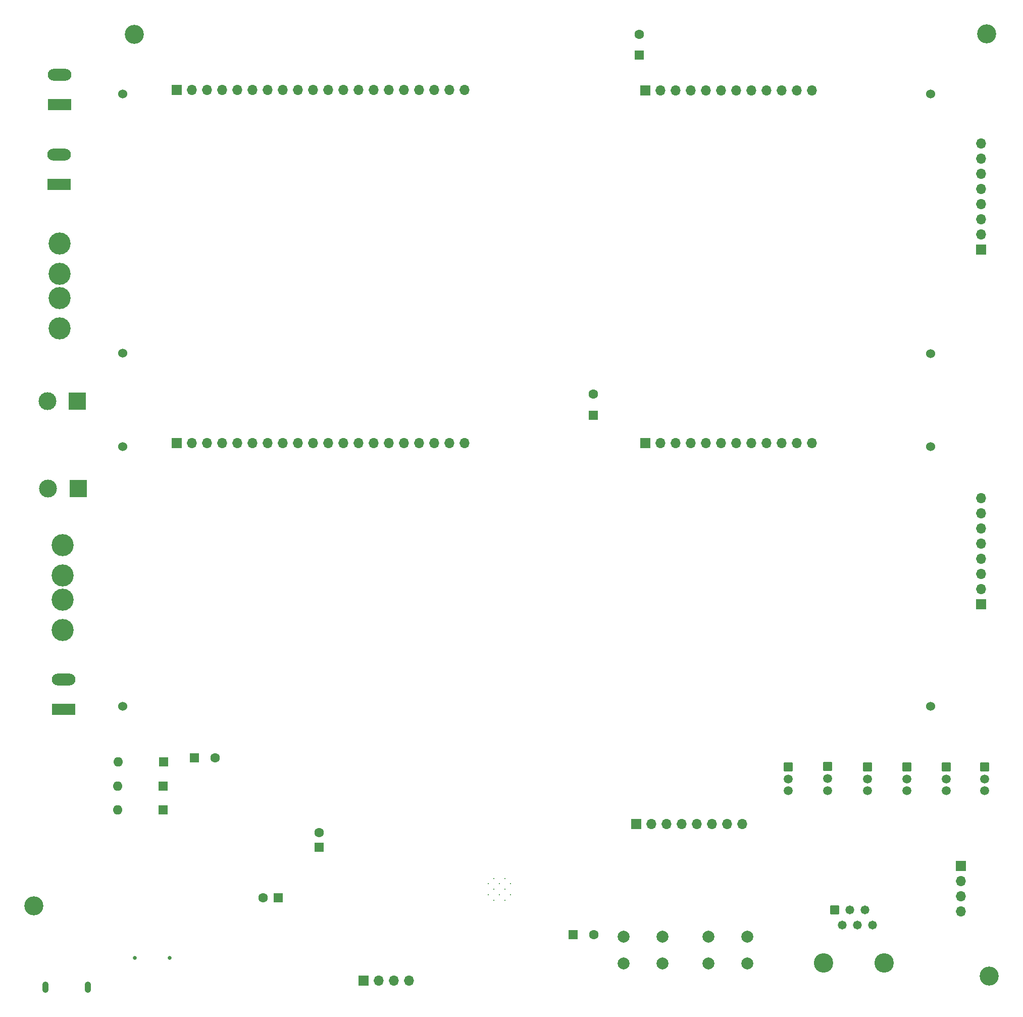
<source format=gbs>
%TF.GenerationSoftware,KiCad,Pcbnew,7.0.1*%
%TF.CreationDate,2024-06-25T12:01:32+02:00*%
%TF.ProjectId,ODRIVE_V1.0,4f445249-5645-45f5-9631-2e302e6b6963,rev?*%
%TF.SameCoordinates,Original*%
%TF.FileFunction,Soldermask,Bot*%
%TF.FilePolarity,Negative*%
%FSLAX46Y46*%
G04 Gerber Fmt 4.6, Leading zero omitted, Abs format (unit mm)*
G04 Created by KiCad (PCBNEW 7.0.1) date 2024-06-25 12:01:32*
%MOMM*%
%LPD*%
G01*
G04 APERTURE LIST*
G04 Aperture macros list*
%AMRoundRect*
0 Rectangle with rounded corners*
0 $1 Rounding radius*
0 $2 $3 $4 $5 $6 $7 $8 $9 X,Y pos of 4 corners*
0 Add a 4 corners polygon primitive as box body*
4,1,4,$2,$3,$4,$5,$6,$7,$8,$9,$2,$3,0*
0 Add four circle primitives for the rounded corners*
1,1,$1+$1,$2,$3*
1,1,$1+$1,$4,$5*
1,1,$1+$1,$6,$7*
1,1,$1+$1,$8,$9*
0 Add four rect primitives between the rounded corners*
20,1,$1+$1,$2,$3,$4,$5,0*
20,1,$1+$1,$4,$5,$6,$7,0*
20,1,$1+$1,$6,$7,$8,$9,0*
20,1,$1+$1,$8,$9,$2,$3,0*%
G04 Aperture macros list end*
%ADD10R,3.000000X3.000000*%
%ADD11C,3.000000*%
%ADD12RoundRect,0.102000X0.654000X-0.654000X0.654000X0.654000X-0.654000X0.654000X-0.654000X-0.654000X0*%
%ADD13C,1.512000*%
%ADD14R,1.700000X1.700000*%
%ADD15O,1.700000X1.700000*%
%ADD16C,0.650000*%
%ADD17C,3.200000*%
%ADD18C,3.704000*%
%ADD19R,1.600000X1.600000*%
%ADD20C,1.600000*%
%ADD21R,3.960000X1.980000*%
%ADD22O,3.960000X1.980000*%
%ADD23C,1.524000*%
%ADD24O,1.600000X1.600000*%
%ADD25C,0.300000*%
%ADD26C,3.250000*%
%ADD27RoundRect,0.102000X0.634000X-0.634000X0.634000X0.634000X-0.634000X0.634000X-0.634000X-0.634000X0*%
%ADD28C,1.472000*%
%ADD29C,2.000000*%
%ADD30O,1.050000X1.900000*%
G04 APERTURE END LIST*
D10*
%TO.C,J4*%
X20800000Y-95500000D03*
D11*
X15800000Y-95500000D03*
%TD*%
D12*
%TO.C,J13*%
X139850000Y-142150000D03*
D13*
X139850000Y-144150000D03*
X139850000Y-146150000D03*
%TD*%
D12*
%TO.C,J14*%
X146525000Y-142100000D03*
D13*
X146525000Y-144100000D03*
X146525000Y-146100000D03*
%TD*%
D14*
%TO.C,J6*%
X172212000Y-55468000D03*
D15*
X172212000Y-52928000D03*
X172212000Y-50388000D03*
X172212000Y-47848000D03*
X172212000Y-45308000D03*
X172212000Y-42768000D03*
X172212000Y-40228000D03*
X172212000Y-37688000D03*
%TD*%
D16*
%TO.C,J7*%
X30360000Y-174137500D03*
X36140000Y-174137500D03*
%TD*%
D17*
%TO.C,H3*%
X13400000Y-165400000D03*
%TD*%
D18*
%TO.C,F2*%
X17700000Y-54450000D03*
X17700000Y-59530000D03*
X17700000Y-63590000D03*
X17700000Y-68670000D03*
%TD*%
D17*
%TO.C,H4*%
X30200000Y-19350000D03*
%TD*%
D19*
%TO.C,C24*%
X61200000Y-155650000D03*
D20*
X61200000Y-153150000D03*
%TD*%
D12*
%TO.C,J15*%
X153200000Y-142150000D03*
D13*
X153200000Y-144150000D03*
X153200000Y-146150000D03*
%TD*%
D17*
%TO.C,H2*%
X173550000Y-177200000D03*
%TD*%
D14*
%TO.C,U5*%
X114430000Y-151700000D03*
D15*
X116970000Y-151700000D03*
X119510000Y-151700000D03*
X122050000Y-151700000D03*
X124590000Y-151700000D03*
X127130000Y-151700000D03*
X129670000Y-151700000D03*
X132210000Y-151700000D03*
%TD*%
D21*
%TO.C,J2*%
X17700000Y-31150000D03*
D22*
X17700000Y-26150000D03*
%TD*%
D23*
%TO.C,U3*%
X28265000Y-72845000D03*
X28285000Y-29345000D03*
X163765000Y-29345000D03*
X163775000Y-72855000D03*
D14*
X37385000Y-28735000D03*
D15*
X39925000Y-28735000D03*
X42465000Y-28735000D03*
X45005000Y-28735000D03*
X47545000Y-28735000D03*
X50085000Y-28735000D03*
X52625000Y-28735000D03*
X55165000Y-28735000D03*
X57705000Y-28735000D03*
X60245000Y-28735000D03*
X62785000Y-28735000D03*
X65325000Y-28735000D03*
X67865000Y-28735000D03*
X70405000Y-28735000D03*
X72945000Y-28735000D03*
X75485000Y-28735000D03*
X78025000Y-28735000D03*
X80565000Y-28735000D03*
X83105000Y-28735000D03*
X85645000Y-28735000D03*
D14*
X115900000Y-28750000D03*
D15*
X118440000Y-28750000D03*
X120980000Y-28750000D03*
X123520000Y-28750000D03*
X126060000Y-28750000D03*
X128600000Y-28750000D03*
X131140000Y-28750000D03*
X133680000Y-28750000D03*
X136220000Y-28750000D03*
X138760000Y-28750000D03*
X141300000Y-28750000D03*
X143840000Y-28750000D03*
%TD*%
D19*
%TO.C,D3*%
X35110000Y-141300000D03*
D24*
X27490000Y-141300000D03*
%TD*%
D25*
%TO.C,U4*%
X92382500Y-164495000D03*
X90547500Y-164495000D03*
X93300000Y-163577500D03*
X91465000Y-163577500D03*
X89630000Y-163577500D03*
X92382500Y-162660000D03*
X90547500Y-162660000D03*
X93300000Y-161742500D03*
X91465000Y-161742500D03*
X89630000Y-161742500D03*
X92382500Y-160825000D03*
X90547500Y-160825000D03*
%TD*%
D19*
%TO.C,C19*%
X40300000Y-140600000D03*
D20*
X43800000Y-140600000D03*
%TD*%
D19*
%TO.C,C18*%
X107200000Y-83200000D03*
D20*
X107200000Y-79700000D03*
%TD*%
D26*
%TO.C,J10*%
X145770000Y-175020000D03*
X155930000Y-175020000D03*
D27*
X147670000Y-166130000D03*
D28*
X148940000Y-168670000D03*
X150210000Y-166130000D03*
X151480000Y-168670000D03*
X152750000Y-166130000D03*
X154020000Y-168670000D03*
%TD*%
D17*
%TO.C,H1*%
X173150000Y-19300000D03*
%TD*%
D19*
%TO.C,C21*%
X114918000Y-22843349D03*
D20*
X114918000Y-19343349D03*
%TD*%
D19*
%TO.C,C23*%
X54350000Y-164100000D03*
D20*
X51850000Y-164100000D03*
%TD*%
D21*
%TO.C,J12*%
X18350000Y-132500000D03*
D22*
X18350000Y-127500000D03*
%TD*%
D19*
%TO.C,D1*%
X35040000Y-149350000D03*
D24*
X27420000Y-149350000D03*
%TD*%
D12*
%TO.C,J18*%
X166400000Y-142150000D03*
D13*
X166400000Y-144150000D03*
X166400000Y-146150000D03*
%TD*%
D29*
%TO.C,SW3*%
X132995000Y-175125000D03*
X126495000Y-175125000D03*
X132995000Y-170625000D03*
X126495000Y-170625000D03*
%TD*%
D21*
%TO.C,J3*%
X17650000Y-44550000D03*
D22*
X17650000Y-39550000D03*
%TD*%
D12*
%TO.C,J17*%
X172800000Y-142150000D03*
D13*
X172800000Y-144150000D03*
X172800000Y-146150000D03*
%TD*%
D29*
%TO.C,SW4*%
X112295000Y-170625000D03*
X118795000Y-170625000D03*
X112295000Y-175125000D03*
X118795000Y-175125000D03*
%TD*%
D18*
%TO.C,F1*%
X18250000Y-119190000D03*
X18250000Y-114110000D03*
X18250000Y-110050000D03*
X18250000Y-104970000D03*
%TD*%
D14*
%TO.C,J8*%
X68640000Y-177950000D03*
D15*
X71180000Y-177950000D03*
X73720000Y-177950000D03*
X76260000Y-177950000D03*
%TD*%
D23*
%TO.C,U6*%
X28265000Y-131995000D03*
X28285000Y-88495000D03*
X163765000Y-88495000D03*
X163775000Y-132005000D03*
D14*
X37385000Y-87885000D03*
D15*
X39925000Y-87885000D03*
X42465000Y-87885000D03*
X45005000Y-87885000D03*
X47545000Y-87885000D03*
X50085000Y-87885000D03*
X52625000Y-87885000D03*
X55165000Y-87885000D03*
X57705000Y-87885000D03*
X60245000Y-87885000D03*
X62785000Y-87885000D03*
X65325000Y-87885000D03*
X67865000Y-87885000D03*
X70405000Y-87885000D03*
X72945000Y-87885000D03*
X75485000Y-87885000D03*
X78025000Y-87885000D03*
X80565000Y-87885000D03*
X83105000Y-87885000D03*
X85645000Y-87885000D03*
D14*
X115900000Y-87900000D03*
D15*
X118440000Y-87900000D03*
X120980000Y-87900000D03*
X123520000Y-87900000D03*
X126060000Y-87900000D03*
X128600000Y-87900000D03*
X131140000Y-87900000D03*
X133680000Y-87900000D03*
X136220000Y-87900000D03*
X138760000Y-87900000D03*
X141300000Y-87900000D03*
X143840000Y-87900000D03*
%TD*%
D19*
%TO.C,D2*%
X35060000Y-145350000D03*
D24*
X27440000Y-145350000D03*
%TD*%
D12*
%TO.C,J16*%
X159800000Y-142150000D03*
D13*
X159800000Y-144150000D03*
X159800000Y-146150000D03*
%TD*%
D30*
%TO.C,J1*%
X15300000Y-179050000D03*
X22450000Y-179050000D03*
%TD*%
D14*
%TO.C,J9*%
X168800000Y-158780000D03*
D15*
X168800000Y-161320000D03*
X168800000Y-163860000D03*
X168800000Y-166400000D03*
%TD*%
D10*
%TO.C,J19*%
X20700000Y-80850000D03*
D11*
X15700000Y-80850000D03*
%TD*%
D19*
%TO.C,C17*%
X103797349Y-170250000D03*
D20*
X107297349Y-170250000D03*
%TD*%
D14*
%TO.C,J5*%
X172212000Y-114904000D03*
D15*
X172212000Y-112364000D03*
X172212000Y-109824000D03*
X172212000Y-107284000D03*
X172212000Y-104744000D03*
X172212000Y-102204000D03*
X172212000Y-99664000D03*
X172212000Y-97124000D03*
%TD*%
M02*

</source>
